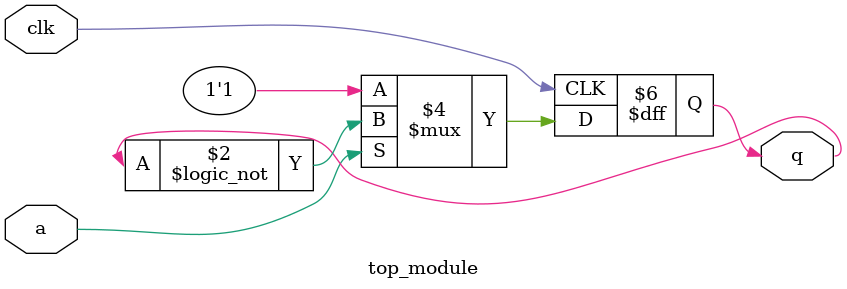
<source format=sv>
module top_module (
	input clk,
	input a, 
	output reg q
);

always @(posedge clk) begin
    if (a)
        q <= !q;
    else
        q <= 1;
end

endmodule

</source>
